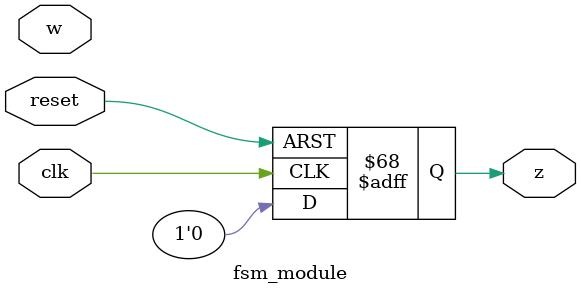
<source format=v>
module fsm_module (clk, reset, w, z);
    input clk, reset, w;
    output reg z;
    reg [2:0] current_state, next_state;
    parameter A=3'b001, B=3'b010, C=3'b011,
                D=3'b100, E=3'b101, F=3'b110;
    always @ (current_state, w)
        case (current_state)
            A: if (w) next_state=B;
                else next_state=A;
            B: if (w) next_state=C;
                else next_state=E;
            C: if (w) next_state=C;
                else next_state=D;
            D: if (w) next_state=F;
                else next_state=A;
            E: if (w) next_state=F;
                else next_state=A;
            F: if (w) next_state=C;
                else next_state=E;
        endcase
        
    always @ (negedge reset, posedge clk)
        if (!reset) begin
            current_state <= A;
            z <= 0;
        end
        else begin
            current_state <= next_state;
            if (current_state == D | current_state == F) z <= 2;
            else z <= 0;
        end
endmodule
</source>
